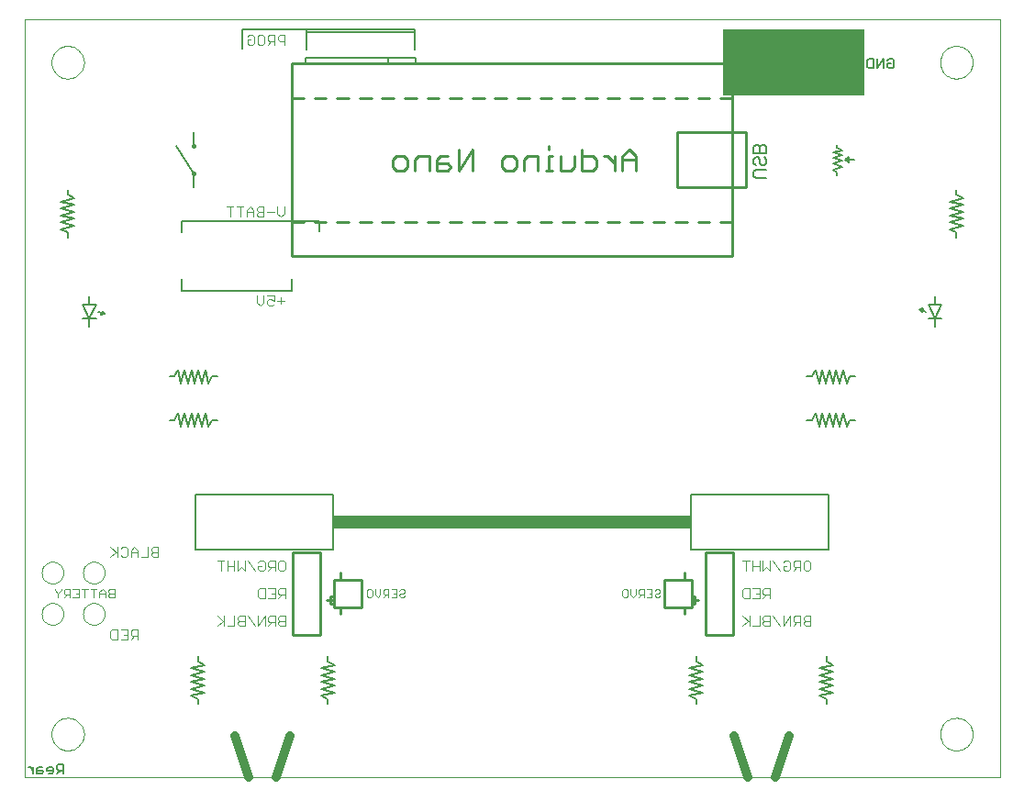
<source format=gbo>
G75*
G70*
%OFA0B0*%
%FSLAX24Y24*%
%IPPOS*%
%LPD*%
%AMOC8*
5,1,8,0,0,1.08239X$1,22.5*
%
%ADD10C,0.0000*%
%ADD11C,0.0079*%
%ADD12C,0.0030*%
%ADD13R,0.5118X0.2402*%
%ADD14C,0.0050*%
%ADD15C,0.0080*%
%ADD16C,0.0040*%
%ADD17R,1.3000X0.0500*%
%ADD18C,0.0320*%
%ADD19C,0.0100*%
%ADD20C,0.0090*%
D10*
X000269Y000500D02*
X000269Y028059D01*
X035702Y028059D01*
X035702Y000500D01*
X000269Y000500D01*
X001253Y002075D02*
X001255Y002123D01*
X001261Y002171D01*
X001271Y002218D01*
X001284Y002264D01*
X001302Y002309D01*
X001322Y002353D01*
X001347Y002395D01*
X001375Y002434D01*
X001405Y002471D01*
X001439Y002505D01*
X001476Y002537D01*
X001514Y002566D01*
X001555Y002591D01*
X001598Y002613D01*
X001643Y002631D01*
X001689Y002645D01*
X001736Y002656D01*
X001784Y002663D01*
X001832Y002666D01*
X001880Y002665D01*
X001928Y002660D01*
X001976Y002651D01*
X002022Y002639D01*
X002067Y002622D01*
X002111Y002602D01*
X002153Y002579D01*
X002193Y002552D01*
X002231Y002522D01*
X002266Y002489D01*
X002298Y002453D01*
X002328Y002415D01*
X002354Y002374D01*
X002376Y002331D01*
X002396Y002287D01*
X002411Y002242D01*
X002423Y002195D01*
X002431Y002147D01*
X002435Y002099D01*
X002435Y002051D01*
X002431Y002003D01*
X002423Y001955D01*
X002411Y001908D01*
X002396Y001863D01*
X002376Y001819D01*
X002354Y001776D01*
X002328Y001735D01*
X002298Y001697D01*
X002266Y001661D01*
X002231Y001628D01*
X002193Y001598D01*
X002153Y001571D01*
X002111Y001548D01*
X002067Y001528D01*
X002022Y001511D01*
X001976Y001499D01*
X001928Y001490D01*
X001880Y001485D01*
X001832Y001484D01*
X001784Y001487D01*
X001736Y001494D01*
X001689Y001505D01*
X001643Y001519D01*
X001598Y001537D01*
X001555Y001559D01*
X001514Y001584D01*
X001476Y001613D01*
X001439Y001645D01*
X001405Y001679D01*
X001375Y001716D01*
X001347Y001755D01*
X001322Y001797D01*
X001302Y001841D01*
X001284Y001886D01*
X001271Y001932D01*
X001261Y001979D01*
X001255Y002027D01*
X001253Y002075D01*
X000898Y006443D02*
X000900Y006482D01*
X000906Y006521D01*
X000916Y006559D01*
X000929Y006596D01*
X000946Y006631D01*
X000966Y006665D01*
X000990Y006696D01*
X001017Y006725D01*
X001046Y006751D01*
X001078Y006774D01*
X001112Y006794D01*
X001148Y006810D01*
X001185Y006822D01*
X001224Y006831D01*
X001263Y006836D01*
X001302Y006837D01*
X001341Y006834D01*
X001380Y006827D01*
X001417Y006816D01*
X001454Y006802D01*
X001489Y006784D01*
X001522Y006763D01*
X001553Y006738D01*
X001581Y006711D01*
X001606Y006681D01*
X001628Y006648D01*
X001647Y006614D01*
X001662Y006578D01*
X001674Y006540D01*
X001682Y006502D01*
X001686Y006463D01*
X001686Y006423D01*
X001682Y006384D01*
X001674Y006346D01*
X001662Y006308D01*
X001647Y006272D01*
X001628Y006238D01*
X001606Y006205D01*
X001581Y006175D01*
X001553Y006148D01*
X001522Y006123D01*
X001489Y006102D01*
X001454Y006084D01*
X001417Y006070D01*
X001380Y006059D01*
X001341Y006052D01*
X001302Y006049D01*
X001263Y006050D01*
X001224Y006055D01*
X001185Y006064D01*
X001148Y006076D01*
X001112Y006092D01*
X001078Y006112D01*
X001046Y006135D01*
X001017Y006161D01*
X000990Y006190D01*
X000966Y006221D01*
X000946Y006255D01*
X000929Y006290D01*
X000916Y006327D01*
X000906Y006365D01*
X000900Y006404D01*
X000898Y006443D01*
X002398Y006443D02*
X002400Y006482D01*
X002406Y006521D01*
X002416Y006559D01*
X002429Y006596D01*
X002446Y006631D01*
X002466Y006665D01*
X002490Y006696D01*
X002517Y006725D01*
X002546Y006751D01*
X002578Y006774D01*
X002612Y006794D01*
X002648Y006810D01*
X002685Y006822D01*
X002724Y006831D01*
X002763Y006836D01*
X002802Y006837D01*
X002841Y006834D01*
X002880Y006827D01*
X002917Y006816D01*
X002954Y006802D01*
X002989Y006784D01*
X003022Y006763D01*
X003053Y006738D01*
X003081Y006711D01*
X003106Y006681D01*
X003128Y006648D01*
X003147Y006614D01*
X003162Y006578D01*
X003174Y006540D01*
X003182Y006502D01*
X003186Y006463D01*
X003186Y006423D01*
X003182Y006384D01*
X003174Y006346D01*
X003162Y006308D01*
X003147Y006272D01*
X003128Y006238D01*
X003106Y006205D01*
X003081Y006175D01*
X003053Y006148D01*
X003022Y006123D01*
X002989Y006102D01*
X002954Y006084D01*
X002917Y006070D01*
X002880Y006059D01*
X002841Y006052D01*
X002802Y006049D01*
X002763Y006050D01*
X002724Y006055D01*
X002685Y006064D01*
X002648Y006076D01*
X002612Y006092D01*
X002578Y006112D01*
X002546Y006135D01*
X002517Y006161D01*
X002490Y006190D01*
X002466Y006221D01*
X002446Y006255D01*
X002429Y006290D01*
X002416Y006327D01*
X002406Y006365D01*
X002400Y006404D01*
X002398Y006443D01*
X002398Y007943D02*
X002400Y007982D01*
X002406Y008021D01*
X002416Y008059D01*
X002429Y008096D01*
X002446Y008131D01*
X002466Y008165D01*
X002490Y008196D01*
X002517Y008225D01*
X002546Y008251D01*
X002578Y008274D01*
X002612Y008294D01*
X002648Y008310D01*
X002685Y008322D01*
X002724Y008331D01*
X002763Y008336D01*
X002802Y008337D01*
X002841Y008334D01*
X002880Y008327D01*
X002917Y008316D01*
X002954Y008302D01*
X002989Y008284D01*
X003022Y008263D01*
X003053Y008238D01*
X003081Y008211D01*
X003106Y008181D01*
X003128Y008148D01*
X003147Y008114D01*
X003162Y008078D01*
X003174Y008040D01*
X003182Y008002D01*
X003186Y007963D01*
X003186Y007923D01*
X003182Y007884D01*
X003174Y007846D01*
X003162Y007808D01*
X003147Y007772D01*
X003128Y007738D01*
X003106Y007705D01*
X003081Y007675D01*
X003053Y007648D01*
X003022Y007623D01*
X002989Y007602D01*
X002954Y007584D01*
X002917Y007570D01*
X002880Y007559D01*
X002841Y007552D01*
X002802Y007549D01*
X002763Y007550D01*
X002724Y007555D01*
X002685Y007564D01*
X002648Y007576D01*
X002612Y007592D01*
X002578Y007612D01*
X002546Y007635D01*
X002517Y007661D01*
X002490Y007690D01*
X002466Y007721D01*
X002446Y007755D01*
X002429Y007790D01*
X002416Y007827D01*
X002406Y007865D01*
X002400Y007904D01*
X002398Y007943D01*
X000898Y007943D02*
X000900Y007982D01*
X000906Y008021D01*
X000916Y008059D01*
X000929Y008096D01*
X000946Y008131D01*
X000966Y008165D01*
X000990Y008196D01*
X001017Y008225D01*
X001046Y008251D01*
X001078Y008274D01*
X001112Y008294D01*
X001148Y008310D01*
X001185Y008322D01*
X001224Y008331D01*
X001263Y008336D01*
X001302Y008337D01*
X001341Y008334D01*
X001380Y008327D01*
X001417Y008316D01*
X001454Y008302D01*
X001489Y008284D01*
X001522Y008263D01*
X001553Y008238D01*
X001581Y008211D01*
X001606Y008181D01*
X001628Y008148D01*
X001647Y008114D01*
X001662Y008078D01*
X001674Y008040D01*
X001682Y008002D01*
X001686Y007963D01*
X001686Y007923D01*
X001682Y007884D01*
X001674Y007846D01*
X001662Y007808D01*
X001647Y007772D01*
X001628Y007738D01*
X001606Y007705D01*
X001581Y007675D01*
X001553Y007648D01*
X001522Y007623D01*
X001489Y007602D01*
X001454Y007584D01*
X001417Y007570D01*
X001380Y007559D01*
X001341Y007552D01*
X001302Y007549D01*
X001263Y007550D01*
X001224Y007555D01*
X001185Y007564D01*
X001148Y007576D01*
X001112Y007592D01*
X001078Y007612D01*
X001046Y007635D01*
X001017Y007661D01*
X000990Y007690D01*
X000966Y007721D01*
X000946Y007755D01*
X000929Y007790D01*
X000916Y007827D01*
X000906Y007865D01*
X000900Y007904D01*
X000898Y007943D01*
X001253Y026484D02*
X001255Y026532D01*
X001261Y026580D01*
X001271Y026627D01*
X001284Y026673D01*
X001302Y026718D01*
X001322Y026762D01*
X001347Y026804D01*
X001375Y026843D01*
X001405Y026880D01*
X001439Y026914D01*
X001476Y026946D01*
X001514Y026975D01*
X001555Y027000D01*
X001598Y027022D01*
X001643Y027040D01*
X001689Y027054D01*
X001736Y027065D01*
X001784Y027072D01*
X001832Y027075D01*
X001880Y027074D01*
X001928Y027069D01*
X001976Y027060D01*
X002022Y027048D01*
X002067Y027031D01*
X002111Y027011D01*
X002153Y026988D01*
X002193Y026961D01*
X002231Y026931D01*
X002266Y026898D01*
X002298Y026862D01*
X002328Y026824D01*
X002354Y026783D01*
X002376Y026740D01*
X002396Y026696D01*
X002411Y026651D01*
X002423Y026604D01*
X002431Y026556D01*
X002435Y026508D01*
X002435Y026460D01*
X002431Y026412D01*
X002423Y026364D01*
X002411Y026317D01*
X002396Y026272D01*
X002376Y026228D01*
X002354Y026185D01*
X002328Y026144D01*
X002298Y026106D01*
X002266Y026070D01*
X002231Y026037D01*
X002193Y026007D01*
X002153Y025980D01*
X002111Y025957D01*
X002067Y025937D01*
X002022Y025920D01*
X001976Y025908D01*
X001928Y025899D01*
X001880Y025894D01*
X001832Y025893D01*
X001784Y025896D01*
X001736Y025903D01*
X001689Y025914D01*
X001643Y025928D01*
X001598Y025946D01*
X001555Y025968D01*
X001514Y025993D01*
X001476Y026022D01*
X001439Y026054D01*
X001405Y026088D01*
X001375Y026125D01*
X001347Y026164D01*
X001322Y026206D01*
X001302Y026250D01*
X001284Y026295D01*
X001271Y026341D01*
X001261Y026388D01*
X001255Y026436D01*
X001253Y026484D01*
X033536Y026484D02*
X033538Y026532D01*
X033544Y026580D01*
X033554Y026627D01*
X033567Y026673D01*
X033585Y026718D01*
X033605Y026762D01*
X033630Y026804D01*
X033658Y026843D01*
X033688Y026880D01*
X033722Y026914D01*
X033759Y026946D01*
X033797Y026975D01*
X033838Y027000D01*
X033881Y027022D01*
X033926Y027040D01*
X033972Y027054D01*
X034019Y027065D01*
X034067Y027072D01*
X034115Y027075D01*
X034163Y027074D01*
X034211Y027069D01*
X034259Y027060D01*
X034305Y027048D01*
X034350Y027031D01*
X034394Y027011D01*
X034436Y026988D01*
X034476Y026961D01*
X034514Y026931D01*
X034549Y026898D01*
X034581Y026862D01*
X034611Y026824D01*
X034637Y026783D01*
X034659Y026740D01*
X034679Y026696D01*
X034694Y026651D01*
X034706Y026604D01*
X034714Y026556D01*
X034718Y026508D01*
X034718Y026460D01*
X034714Y026412D01*
X034706Y026364D01*
X034694Y026317D01*
X034679Y026272D01*
X034659Y026228D01*
X034637Y026185D01*
X034611Y026144D01*
X034581Y026106D01*
X034549Y026070D01*
X034514Y026037D01*
X034476Y026007D01*
X034436Y025980D01*
X034394Y025957D01*
X034350Y025937D01*
X034305Y025920D01*
X034259Y025908D01*
X034211Y025899D01*
X034163Y025894D01*
X034115Y025893D01*
X034067Y025896D01*
X034019Y025903D01*
X033972Y025914D01*
X033926Y025928D01*
X033881Y025946D01*
X033838Y025968D01*
X033797Y025993D01*
X033759Y026022D01*
X033722Y026054D01*
X033688Y026088D01*
X033658Y026125D01*
X033630Y026164D01*
X033605Y026206D01*
X033585Y026250D01*
X033567Y026295D01*
X033554Y026341D01*
X033544Y026388D01*
X033538Y026436D01*
X033536Y026484D01*
X033536Y002075D02*
X033538Y002123D01*
X033544Y002171D01*
X033554Y002218D01*
X033567Y002264D01*
X033585Y002309D01*
X033605Y002353D01*
X033630Y002395D01*
X033658Y002434D01*
X033688Y002471D01*
X033722Y002505D01*
X033759Y002537D01*
X033797Y002566D01*
X033838Y002591D01*
X033881Y002613D01*
X033926Y002631D01*
X033972Y002645D01*
X034019Y002656D01*
X034067Y002663D01*
X034115Y002666D01*
X034163Y002665D01*
X034211Y002660D01*
X034259Y002651D01*
X034305Y002639D01*
X034350Y002622D01*
X034394Y002602D01*
X034436Y002579D01*
X034476Y002552D01*
X034514Y002522D01*
X034549Y002489D01*
X034581Y002453D01*
X034611Y002415D01*
X034637Y002374D01*
X034659Y002331D01*
X034679Y002287D01*
X034694Y002242D01*
X034706Y002195D01*
X034714Y002147D01*
X034718Y002099D01*
X034718Y002051D01*
X034714Y002003D01*
X034706Y001955D01*
X034694Y001908D01*
X034679Y001863D01*
X034659Y001819D01*
X034637Y001776D01*
X034611Y001735D01*
X034581Y001697D01*
X034549Y001661D01*
X034514Y001628D01*
X034476Y001598D01*
X034436Y001571D01*
X034394Y001548D01*
X034350Y001528D01*
X034305Y001511D01*
X034259Y001499D01*
X034211Y001490D01*
X034163Y001485D01*
X034115Y001484D01*
X034067Y001487D01*
X034019Y001494D01*
X033972Y001505D01*
X033926Y001519D01*
X033881Y001537D01*
X033838Y001559D01*
X033797Y001584D01*
X033759Y001613D01*
X033722Y001645D01*
X033688Y001679D01*
X033658Y001716D01*
X033630Y001755D01*
X033605Y001797D01*
X033585Y001841D01*
X033567Y001886D01*
X033554Y001932D01*
X033544Y001979D01*
X033538Y002027D01*
X033536Y002075D01*
D11*
X010977Y020343D02*
X010977Y020697D01*
X005977Y020697D01*
X005977Y020303D01*
X005977Y018610D02*
X005977Y018177D01*
X009993Y018177D01*
X009993Y018610D01*
D12*
X009579Y017946D02*
X009579Y017700D01*
X009456Y017823D02*
X009703Y017823D01*
X009334Y017823D02*
X009211Y017885D01*
X009149Y017885D01*
X009087Y017823D01*
X009087Y017700D01*
X009149Y017638D01*
X009273Y017638D01*
X009334Y017700D01*
X009334Y017823D02*
X009334Y018008D01*
X009087Y018008D01*
X008966Y018008D02*
X008966Y017761D01*
X008843Y017638D01*
X008719Y017761D01*
X008719Y018008D01*
X008781Y020866D02*
X008966Y020866D01*
X008966Y021236D01*
X008781Y021236D01*
X008719Y021175D01*
X008719Y021113D01*
X008781Y021051D01*
X008966Y021051D01*
X009087Y021051D02*
X009334Y021051D01*
X009456Y020990D02*
X009579Y020866D01*
X009703Y020990D01*
X009703Y021236D01*
X009456Y021236D02*
X009456Y020990D01*
X008781Y021051D02*
X008719Y020990D01*
X008719Y020928D01*
X008781Y020866D01*
X008598Y020866D02*
X008598Y021113D01*
X008474Y021236D01*
X008351Y021113D01*
X008351Y020866D01*
X008351Y021051D02*
X008598Y021051D01*
X008229Y021236D02*
X007982Y021236D01*
X007861Y021236D02*
X007614Y021236D01*
X007738Y021236D02*
X007738Y020866D01*
X008106Y020866D02*
X008106Y021236D01*
X005119Y008878D02*
X004934Y008878D01*
X004872Y008817D01*
X004872Y008755D01*
X004934Y008693D01*
X005119Y008693D01*
X005119Y008508D02*
X004934Y008508D01*
X004872Y008570D01*
X004872Y008631D01*
X004934Y008693D01*
X004751Y008508D02*
X004504Y008508D01*
X004382Y008508D02*
X004382Y008755D01*
X004259Y008878D01*
X004135Y008755D01*
X004135Y008508D01*
X004014Y008570D02*
X003952Y008508D01*
X003829Y008508D01*
X003767Y008570D01*
X003646Y008631D02*
X003399Y008878D01*
X003646Y008878D02*
X003646Y008508D01*
X003584Y008693D02*
X003399Y008508D01*
X003767Y008817D02*
X003829Y008878D01*
X003952Y008878D01*
X004014Y008817D01*
X004014Y008570D01*
X004135Y008693D02*
X004382Y008693D01*
X004751Y008878D02*
X004751Y008508D01*
X005119Y008508D02*
X005119Y008878D01*
X003533Y007353D02*
X003373Y007353D01*
X003320Y007300D01*
X003320Y007246D01*
X003373Y007193D01*
X003533Y007193D01*
X003373Y007193D02*
X003320Y007140D01*
X003320Y007086D01*
X003373Y007033D01*
X003533Y007033D01*
X003533Y007353D01*
X003211Y007246D02*
X003211Y007033D01*
X003211Y007193D02*
X002998Y007193D01*
X002998Y007246D02*
X002998Y007033D01*
X002998Y007246D02*
X003104Y007353D01*
X003211Y007246D01*
X002889Y007353D02*
X002675Y007353D01*
X002782Y007353D02*
X002782Y007033D01*
X002460Y007033D02*
X002460Y007353D01*
X002567Y007353D02*
X002353Y007353D01*
X002244Y007353D02*
X002244Y007033D01*
X002031Y007033D01*
X001922Y007033D02*
X001922Y007353D01*
X001762Y007353D01*
X001708Y007300D01*
X001708Y007193D01*
X001762Y007140D01*
X001922Y007140D01*
X001815Y007140D02*
X001708Y007033D01*
X001493Y007033D02*
X001493Y007193D01*
X001386Y007300D01*
X001386Y007353D01*
X001493Y007193D02*
X001600Y007300D01*
X001600Y007353D01*
X002031Y007353D02*
X002244Y007353D01*
X002244Y007193D02*
X002137Y007193D01*
X003461Y005878D02*
X003646Y005878D01*
X003646Y005508D01*
X003461Y005508D01*
X003399Y005570D01*
X003399Y005817D01*
X003461Y005878D01*
X003767Y005878D02*
X004014Y005878D01*
X004014Y005508D01*
X003767Y005508D01*
X003891Y005693D02*
X004014Y005693D01*
X004135Y005693D02*
X004197Y005631D01*
X004382Y005631D01*
X004382Y005508D02*
X004382Y005878D01*
X004197Y005878D01*
X004135Y005817D01*
X004135Y005693D01*
X004259Y005631D02*
X004135Y005508D01*
X007283Y006008D02*
X007468Y006193D01*
X007530Y006131D02*
X007283Y006378D01*
X007530Y006378D02*
X007530Y006008D01*
X007652Y006008D02*
X007898Y006008D01*
X007898Y006378D01*
X008020Y006317D02*
X008020Y006255D01*
X008082Y006193D01*
X008267Y006193D01*
X008267Y006008D02*
X008082Y006008D01*
X008020Y006070D01*
X008020Y006131D01*
X008082Y006193D01*
X008020Y006317D02*
X008082Y006378D01*
X008267Y006378D01*
X008267Y006008D01*
X008635Y006008D02*
X008388Y006378D01*
X008756Y006378D02*
X008756Y006008D01*
X009003Y006378D01*
X009003Y006008D01*
X009125Y006008D02*
X009248Y006131D01*
X009187Y006131D02*
X009372Y006131D01*
X009493Y006131D02*
X009493Y006070D01*
X009555Y006008D01*
X009740Y006008D01*
X009740Y006378D01*
X009555Y006378D01*
X009493Y006317D01*
X009493Y006255D01*
X009555Y006193D01*
X009740Y006193D01*
X009555Y006193D02*
X009493Y006131D01*
X009372Y006008D02*
X009372Y006378D01*
X009187Y006378D01*
X009125Y006317D01*
X009125Y006193D01*
X009187Y006131D01*
X009125Y007008D02*
X009372Y007008D01*
X009372Y007378D01*
X009125Y007378D01*
X009003Y007378D02*
X008818Y007378D01*
X008756Y007317D01*
X008756Y007070D01*
X008818Y007008D01*
X009003Y007008D01*
X009003Y007378D01*
X009248Y007193D02*
X009372Y007193D01*
X009493Y007193D02*
X009555Y007131D01*
X009740Y007131D01*
X009740Y007008D02*
X009740Y007378D01*
X009555Y007378D01*
X009493Y007317D01*
X009493Y007193D01*
X009617Y007131D02*
X009493Y007008D01*
X009555Y008008D02*
X009493Y008070D01*
X009493Y008317D01*
X009555Y008378D01*
X009678Y008378D01*
X009740Y008317D01*
X009740Y008070D01*
X009678Y008008D01*
X009555Y008008D01*
X009372Y008008D02*
X009372Y008378D01*
X009187Y008378D01*
X009125Y008317D01*
X009125Y008193D01*
X009187Y008131D01*
X009372Y008131D01*
X009248Y008131D02*
X009125Y008008D01*
X009003Y008070D02*
X008942Y008008D01*
X008818Y008008D01*
X008756Y008070D01*
X008756Y008193D01*
X008880Y008193D01*
X009003Y008070D02*
X009003Y008317D01*
X008942Y008378D01*
X008818Y008378D01*
X008756Y008317D01*
X008635Y008008D02*
X008388Y008378D01*
X008267Y008378D02*
X008267Y008008D01*
X008143Y008131D01*
X008020Y008008D01*
X008020Y008378D01*
X007898Y008378D02*
X007898Y008008D01*
X007898Y008193D02*
X007652Y008193D01*
X007652Y008378D02*
X007652Y008008D01*
X007407Y008008D02*
X007407Y008378D01*
X007530Y008378D02*
X007283Y008378D01*
X026361Y008378D02*
X026608Y008378D01*
X026730Y008378D02*
X026730Y008008D01*
X026730Y008193D02*
X026977Y008193D01*
X026977Y008008D02*
X026977Y008378D01*
X027098Y008378D02*
X027098Y008008D01*
X027222Y008131D01*
X027345Y008008D01*
X027345Y008378D01*
X027466Y008378D02*
X027713Y008008D01*
X027835Y008070D02*
X027835Y008193D01*
X027958Y008193D01*
X027835Y008070D02*
X027896Y008008D01*
X028020Y008008D01*
X028082Y008070D01*
X028082Y008317D01*
X028020Y008378D01*
X027896Y008378D01*
X027835Y008317D01*
X028203Y008317D02*
X028203Y008193D01*
X028265Y008131D01*
X028450Y008131D01*
X028450Y008008D02*
X028450Y008378D01*
X028265Y008378D01*
X028203Y008317D01*
X028326Y008131D02*
X028203Y008008D01*
X028571Y008070D02*
X028571Y008317D01*
X028633Y008378D01*
X028756Y008378D01*
X028818Y008317D01*
X028818Y008070D01*
X028756Y008008D01*
X028633Y008008D01*
X028571Y008070D01*
X027345Y007378D02*
X027160Y007378D01*
X027098Y007317D01*
X027098Y007193D01*
X027160Y007131D01*
X027345Y007131D01*
X027345Y007008D02*
X027345Y007378D01*
X027222Y007131D02*
X027098Y007008D01*
X026977Y007008D02*
X026730Y007008D01*
X026608Y007008D02*
X026423Y007008D01*
X026361Y007070D01*
X026361Y007317D01*
X026423Y007378D01*
X026608Y007378D01*
X026608Y007008D01*
X026853Y007193D02*
X026977Y007193D01*
X026977Y007378D02*
X026977Y007008D01*
X026977Y007378D02*
X026730Y007378D01*
X026485Y008008D02*
X026485Y008378D01*
X026608Y006378D02*
X026608Y006008D01*
X026730Y006008D02*
X026977Y006008D01*
X026977Y006378D01*
X027098Y006317D02*
X027098Y006255D01*
X027160Y006193D01*
X027345Y006193D01*
X027345Y006008D02*
X027160Y006008D01*
X027098Y006070D01*
X027098Y006131D01*
X027160Y006193D01*
X027098Y006317D02*
X027160Y006378D01*
X027345Y006378D01*
X027345Y006008D01*
X027713Y006008D02*
X027466Y006378D01*
X027835Y006378D02*
X027835Y006008D01*
X028082Y006378D01*
X028082Y006008D01*
X028203Y006008D02*
X028326Y006131D01*
X028265Y006131D02*
X028450Y006131D01*
X028571Y006131D02*
X028571Y006070D01*
X028633Y006008D01*
X028818Y006008D01*
X028818Y006378D01*
X028633Y006378D01*
X028571Y006317D01*
X028571Y006255D01*
X028633Y006193D01*
X028818Y006193D01*
X028633Y006193D02*
X028571Y006131D01*
X028450Y006008D02*
X028450Y006378D01*
X028265Y006378D01*
X028203Y006317D01*
X028203Y006193D01*
X028265Y006131D01*
X026608Y006131D02*
X026361Y006378D01*
X026547Y006193D02*
X026361Y006008D01*
D13*
X028222Y026465D03*
D14*
X030890Y026562D02*
X030890Y026328D01*
X030949Y026270D01*
X031124Y026270D01*
X031124Y026620D01*
X030949Y026620D01*
X030890Y026562D01*
X031259Y026620D02*
X031259Y026270D01*
X031492Y026620D01*
X031492Y026270D01*
X031627Y026328D02*
X031627Y026445D01*
X031744Y026445D01*
X031861Y026562D02*
X031861Y026328D01*
X031802Y026270D01*
X031685Y026270D01*
X031627Y026328D01*
X031627Y026562D02*
X031685Y026620D01*
X031802Y026620D01*
X031861Y026562D01*
X029796Y023491D02*
X029796Y023391D01*
X029996Y023291D01*
X029646Y023216D01*
X029996Y023116D01*
X029646Y023016D01*
X029996Y022916D01*
X029646Y022816D01*
X029996Y022691D01*
X029646Y022591D01*
X029796Y022491D01*
X029796Y022391D01*
X030221Y022841D02*
X030096Y022941D01*
X030221Y023041D01*
X030221Y022841D01*
X030096Y022941D02*
X030421Y022941D01*
X027211Y022961D02*
X027211Y022811D01*
X027136Y022736D01*
X027061Y022736D01*
X026986Y022811D01*
X026986Y022961D01*
X026910Y023036D01*
X026835Y023036D01*
X026760Y022961D01*
X026760Y022811D01*
X026835Y022736D01*
X026835Y022576D02*
X027211Y022576D01*
X027211Y022275D02*
X026835Y022275D01*
X026760Y022350D01*
X026760Y022501D01*
X026835Y022576D01*
X027211Y022961D02*
X027136Y023036D01*
X027211Y023196D02*
X027211Y023421D01*
X027136Y023496D01*
X027061Y023496D01*
X026986Y023421D01*
X026986Y023196D01*
X027211Y023196D02*
X026760Y023196D01*
X026760Y023421D01*
X026835Y023496D01*
X026910Y023496D01*
X026986Y023421D01*
X033877Y021422D02*
X034377Y021297D01*
X033877Y021172D01*
X034377Y021047D01*
X033877Y020922D01*
X034377Y020797D01*
X033877Y020672D01*
X034377Y020547D01*
X033877Y020422D01*
X034127Y020297D01*
X034127Y020097D01*
X033877Y021422D02*
X034377Y021547D01*
X034127Y021672D01*
X034127Y021847D01*
X030010Y015317D02*
X029885Y014817D01*
X029760Y015317D01*
X029635Y014817D01*
X029510Y015317D01*
X029385Y014817D01*
X029260Y015317D01*
X029135Y014817D01*
X029010Y015317D01*
X028885Y015067D01*
X028685Y015067D01*
X030010Y015317D02*
X030135Y014817D01*
X030260Y015067D01*
X030435Y015067D01*
X030010Y013742D02*
X029885Y013242D01*
X029760Y013742D01*
X029635Y013242D01*
X029510Y013742D01*
X029385Y013242D01*
X029260Y013742D01*
X029135Y013242D01*
X029010Y013742D01*
X028885Y013492D01*
X028685Y013492D01*
X030010Y013742D02*
X030135Y013242D01*
X030260Y013492D01*
X030435Y013492D01*
X029485Y010791D02*
X029485Y008791D01*
X024485Y008791D01*
X024485Y010791D01*
X029485Y010791D01*
X029403Y004918D02*
X029403Y004718D01*
X029653Y004593D01*
X029153Y004468D01*
X029653Y004343D01*
X029153Y004218D01*
X029653Y004093D01*
X029153Y003968D01*
X029653Y003843D01*
X029153Y003718D01*
X029653Y003593D01*
X029153Y003468D01*
X029403Y003343D01*
X029403Y003168D01*
X024928Y003593D02*
X024428Y003718D01*
X024928Y003843D01*
X024428Y003968D01*
X024928Y004093D01*
X024428Y004218D01*
X024928Y004343D01*
X024428Y004468D01*
X024928Y004593D01*
X024678Y004718D01*
X024678Y004918D01*
X024928Y003593D02*
X024428Y003468D01*
X024678Y003343D01*
X024678Y003168D01*
X011542Y003593D02*
X011042Y003718D01*
X011542Y003843D01*
X011042Y003968D01*
X011542Y004093D01*
X011042Y004218D01*
X011542Y004343D01*
X011042Y004468D01*
X011542Y004593D01*
X011292Y004718D01*
X011292Y004918D01*
X011542Y003593D02*
X011042Y003468D01*
X011292Y003343D01*
X011292Y003168D01*
X006818Y003593D02*
X006318Y003718D01*
X006818Y003843D01*
X006318Y003968D01*
X006818Y004093D01*
X006318Y004218D01*
X006818Y004343D01*
X006318Y004468D01*
X006818Y004593D01*
X006568Y004718D01*
X006568Y004918D01*
X006818Y003593D02*
X006318Y003468D01*
X006568Y003343D01*
X006568Y003168D01*
X001695Y000993D02*
X001695Y000643D01*
X001695Y000760D02*
X001520Y000760D01*
X001461Y000818D01*
X001461Y000935D01*
X001520Y000993D01*
X001695Y000993D01*
X001578Y000760D02*
X001461Y000643D01*
X001327Y000701D02*
X001327Y000818D01*
X001268Y000877D01*
X001152Y000877D01*
X001093Y000818D01*
X001093Y000760D01*
X001327Y000760D01*
X001327Y000701D02*
X001268Y000643D01*
X001152Y000643D01*
X000958Y000701D02*
X000900Y000760D01*
X000725Y000760D01*
X000725Y000818D02*
X000725Y000643D01*
X000900Y000643D01*
X000958Y000701D01*
X000900Y000877D02*
X000783Y000877D01*
X000725Y000818D01*
X000590Y000760D02*
X000473Y000877D01*
X000415Y000877D01*
X000590Y000877D02*
X000590Y000643D01*
X006485Y008791D02*
X011485Y008791D01*
X011485Y010791D01*
X006485Y010791D01*
X006485Y008791D01*
X006461Y013242D02*
X006586Y013742D01*
X006711Y013242D01*
X006836Y013742D01*
X006961Y013242D01*
X007086Y013492D01*
X007286Y013492D01*
X006461Y013242D02*
X006336Y013742D01*
X006211Y013242D01*
X006086Y013742D01*
X005961Y013242D01*
X005836Y013742D01*
X005711Y013492D01*
X005536Y013492D01*
X005961Y014817D02*
X006086Y015317D01*
X006211Y014817D01*
X006336Y015317D01*
X006461Y014817D01*
X006586Y015317D01*
X006711Y014817D01*
X006836Y015317D01*
X006961Y014817D01*
X007086Y015067D01*
X007286Y015067D01*
X005961Y014817D02*
X005836Y015317D01*
X005711Y015067D01*
X005536Y015067D01*
X001844Y020097D02*
X001844Y020297D01*
X001594Y020422D01*
X002094Y020547D01*
X001594Y020672D01*
X002094Y020797D01*
X001594Y020922D01*
X002094Y021047D01*
X001594Y021172D01*
X002094Y021297D01*
X001594Y021422D01*
X002094Y021547D01*
X001844Y021672D01*
X001844Y021847D01*
X005799Y023441D02*
X006424Y022441D01*
X006374Y022441D02*
X006376Y022454D01*
X006381Y022467D01*
X006390Y022478D01*
X006401Y022485D01*
X006414Y022490D01*
X006427Y022491D01*
X006441Y022488D01*
X006453Y022482D01*
X006463Y022473D01*
X006470Y022461D01*
X006474Y022448D01*
X006474Y022434D01*
X006470Y022421D01*
X006463Y022409D01*
X006453Y022400D01*
X006441Y022394D01*
X006427Y022391D01*
X006414Y022392D01*
X006401Y022397D01*
X006390Y022404D01*
X006381Y022415D01*
X006376Y022428D01*
X006374Y022441D01*
X006424Y022441D02*
X006424Y021941D01*
X006374Y023441D02*
X006376Y023454D01*
X006381Y023467D01*
X006390Y023478D01*
X006401Y023485D01*
X006414Y023490D01*
X006427Y023491D01*
X006441Y023488D01*
X006453Y023482D01*
X006463Y023473D01*
X006470Y023461D01*
X006474Y023448D01*
X006474Y023434D01*
X006470Y023421D01*
X006463Y023409D01*
X006453Y023400D01*
X006441Y023394D01*
X006427Y023391D01*
X006414Y023392D01*
X006401Y023397D01*
X006390Y023404D01*
X006381Y023415D01*
X006376Y023428D01*
X006374Y023441D01*
X006424Y023441D02*
X006424Y023941D01*
D15*
X008182Y026996D02*
X008182Y027665D01*
X010505Y027665D01*
X010505Y027587D01*
X014442Y027587D01*
X014442Y026957D01*
X014485Y026641D02*
X013485Y026641D01*
X013485Y026441D01*
X013485Y026641D02*
X010485Y026641D01*
X010485Y026441D01*
X010505Y026957D02*
X010505Y027587D01*
X010505Y027665D02*
X014442Y027665D01*
X014442Y027587D01*
X014485Y026641D02*
X014485Y026441D01*
X003182Y017350D02*
X003064Y017327D01*
X003103Y017429D01*
X003182Y017350D01*
X002946Y017429D01*
X002867Y017193D02*
X002631Y017193D01*
X002631Y016878D01*
X002631Y017193D02*
X002395Y017193D01*
X002631Y017193D02*
X002867Y017665D01*
X002631Y017665D01*
X002631Y017980D01*
X002631Y017665D02*
X002395Y017665D01*
X002631Y017193D01*
X032788Y017508D02*
X032907Y017531D01*
X032867Y017429D01*
X032788Y017508D01*
X033025Y017429D01*
X033103Y017193D02*
X033340Y017193D01*
X033340Y016878D01*
X033340Y017193D02*
X033576Y017665D01*
X033340Y017665D01*
X033340Y017980D01*
X033340Y017665D02*
X033103Y017665D01*
X033340Y017193D01*
X033576Y017193D01*
D16*
X023360Y007286D02*
X023360Y007240D01*
X023313Y007193D01*
X023220Y007193D01*
X023173Y007146D01*
X023173Y007100D01*
X023220Y007053D01*
X023313Y007053D01*
X023360Y007100D01*
X023360Y007286D02*
X023313Y007333D01*
X023220Y007333D01*
X023173Y007286D01*
X023065Y007333D02*
X023065Y007053D01*
X022879Y007053D01*
X022771Y007053D02*
X022771Y007333D01*
X022631Y007333D01*
X022584Y007286D01*
X022584Y007193D01*
X022631Y007146D01*
X022771Y007146D01*
X022677Y007146D02*
X022584Y007053D01*
X022476Y007146D02*
X022383Y007053D01*
X022289Y007146D01*
X022289Y007333D01*
X022181Y007286D02*
X022181Y007100D01*
X022135Y007053D01*
X022041Y007053D01*
X021995Y007100D01*
X021995Y007286D01*
X022041Y007333D01*
X022135Y007333D01*
X022181Y007286D01*
X022476Y007333D02*
X022476Y007146D01*
X022879Y007333D02*
X023065Y007333D01*
X023065Y007193D02*
X022972Y007193D01*
X014083Y007240D02*
X014037Y007193D01*
X013943Y007193D01*
X013896Y007146D01*
X013896Y007100D01*
X013943Y007053D01*
X014037Y007053D01*
X014083Y007100D01*
X014083Y007240D02*
X014083Y007286D01*
X014037Y007333D01*
X013943Y007333D01*
X013896Y007286D01*
X013789Y007333D02*
X013789Y007053D01*
X013602Y007053D01*
X013494Y007053D02*
X013494Y007333D01*
X013354Y007333D01*
X013307Y007286D01*
X013307Y007193D01*
X013354Y007146D01*
X013494Y007146D01*
X013401Y007146D02*
X013307Y007053D01*
X013199Y007146D02*
X013106Y007053D01*
X013012Y007146D01*
X013012Y007333D01*
X012905Y007286D02*
X012905Y007100D01*
X012858Y007053D01*
X012765Y007053D01*
X012718Y007100D01*
X012718Y007286D01*
X012765Y007333D01*
X012858Y007333D01*
X012905Y007286D01*
X013199Y007333D02*
X013199Y007146D01*
X013602Y007333D02*
X013789Y007333D01*
X013789Y007193D02*
X013695Y007193D01*
X009714Y027128D02*
X009714Y027488D01*
X009534Y027488D01*
X009474Y027428D01*
X009474Y027308D01*
X009534Y027248D01*
X009714Y027248D01*
X009346Y027248D02*
X009166Y027248D01*
X009106Y027308D01*
X009106Y027428D01*
X009166Y027488D01*
X009346Y027488D01*
X009346Y027128D01*
X009226Y027248D02*
X009106Y027128D01*
X008978Y027188D02*
X008978Y027428D01*
X008917Y027488D01*
X008797Y027488D01*
X008737Y027428D01*
X008737Y027188D01*
X008797Y027128D01*
X008917Y027128D01*
X008978Y027188D01*
X008609Y027188D02*
X008609Y027428D01*
X008549Y027488D01*
X008429Y027488D01*
X008369Y027428D01*
X008369Y027308D02*
X008489Y027308D01*
X008369Y027308D02*
X008369Y027188D01*
X008429Y027128D01*
X008549Y027128D01*
X008609Y027188D01*
D17*
X017985Y009791D03*
D18*
X009930Y002000D02*
X009430Y000500D01*
X008430Y000500D02*
X007930Y002000D01*
X026040Y002000D02*
X026540Y000500D01*
X027540Y000500D02*
X028040Y002000D01*
D19*
X026005Y005693D02*
X025005Y005693D01*
X025005Y008693D01*
X026005Y008693D01*
X026005Y005693D01*
X024755Y006943D02*
X024505Y006943D01*
X024505Y006818D01*
X024630Y006818D01*
X024630Y007068D01*
X024505Y007068D01*
X024505Y006943D01*
X024505Y007068D02*
X024505Y007693D01*
X024255Y007693D01*
X024255Y007943D01*
X024255Y007693D02*
X023505Y007693D01*
X023505Y006693D01*
X024255Y006693D01*
X024255Y006443D01*
X024255Y006693D02*
X024505Y006693D01*
X024505Y006818D01*
X012505Y006693D02*
X011755Y006693D01*
X011755Y006443D01*
X011755Y006693D02*
X011505Y006693D01*
X011505Y006818D01*
X011380Y006818D01*
X011380Y007068D01*
X011505Y007068D01*
X011505Y007693D01*
X011755Y007693D01*
X011755Y007943D01*
X011755Y007693D02*
X012505Y007693D01*
X012505Y006693D01*
X011505Y006818D02*
X011505Y006943D01*
X011255Y006943D01*
X011505Y006943D02*
X011505Y007068D01*
X011005Y005693D02*
X010005Y005693D01*
X010005Y008693D01*
X011005Y008693D01*
X011005Y005693D01*
X009985Y019441D02*
X025985Y019441D01*
X025985Y020691D01*
X025559Y020691D01*
X025985Y020691D02*
X025985Y025191D01*
X025559Y025191D01*
X025985Y025191D02*
X025985Y026441D01*
X014485Y026441D01*
X013485Y026441D01*
X010485Y026441D01*
X009985Y026441D01*
X009985Y025191D01*
X010411Y025191D01*
X009985Y025191D02*
X009985Y020691D01*
X010411Y020691D01*
X009985Y020691D02*
X009985Y019441D01*
X010805Y020691D02*
X011231Y020691D01*
X011625Y020691D02*
X012051Y020691D01*
X012444Y020691D02*
X012870Y020691D01*
X013264Y020691D02*
X013690Y020691D01*
X014084Y020691D02*
X014510Y020691D01*
X014903Y020691D02*
X015329Y020691D01*
X015723Y020691D02*
X016149Y020691D01*
X016543Y020691D02*
X016969Y020691D01*
X017362Y020691D02*
X017788Y020691D01*
X018182Y020691D02*
X018608Y020691D01*
X019002Y020691D02*
X019428Y020691D01*
X019822Y020691D02*
X020248Y020691D01*
X020641Y020691D02*
X021067Y020691D01*
X021461Y020691D02*
X021887Y020691D01*
X022281Y020691D02*
X022707Y020691D01*
X023100Y020691D02*
X023526Y020691D01*
X023920Y020691D02*
X024346Y020691D01*
X024740Y020691D02*
X025166Y020691D01*
X023985Y021941D02*
X026485Y021941D01*
X026485Y023941D01*
X023985Y023941D01*
X023985Y021941D01*
X023920Y025191D02*
X024346Y025191D01*
X024740Y025191D02*
X025166Y025191D01*
X023526Y025191D02*
X023100Y025191D01*
X022707Y025191D02*
X022281Y025191D01*
X021887Y025191D02*
X021461Y025191D01*
X021067Y025191D02*
X020641Y025191D01*
X020248Y025191D02*
X019822Y025191D01*
X019428Y025191D02*
X019002Y025191D01*
X018608Y025191D02*
X018182Y025191D01*
X017788Y025191D02*
X017362Y025191D01*
X016969Y025191D02*
X016543Y025191D01*
X016149Y025191D02*
X015723Y025191D01*
X015329Y025191D02*
X014903Y025191D01*
X014510Y025191D02*
X014084Y025191D01*
X013690Y025191D02*
X013264Y025191D01*
X012870Y025191D02*
X012444Y025191D01*
X012051Y025191D02*
X011625Y025191D01*
X011231Y025191D02*
X010805Y025191D01*
D20*
X013665Y022941D02*
X013794Y023070D01*
X014050Y023070D01*
X014179Y022941D01*
X014179Y022684D01*
X014050Y022556D01*
X013794Y022556D01*
X013665Y022684D01*
X013665Y022941D01*
X014457Y022941D02*
X014457Y022556D01*
X014457Y022941D02*
X014585Y023070D01*
X014971Y023070D01*
X014971Y022556D01*
X015249Y022556D02*
X015249Y022941D01*
X015377Y023070D01*
X015634Y023070D01*
X015634Y022813D02*
X015249Y022813D01*
X015249Y022556D02*
X015634Y022556D01*
X015763Y022684D01*
X015634Y022813D01*
X016041Y022556D02*
X016041Y023327D01*
X016555Y023327D02*
X016041Y022556D01*
X016555Y022556D02*
X016555Y023327D01*
X017625Y022941D02*
X017753Y023070D01*
X018010Y023070D01*
X018138Y022941D01*
X018138Y022684D01*
X018010Y022556D01*
X017753Y022556D01*
X017625Y022684D01*
X017625Y022941D01*
X018416Y022941D02*
X018416Y022556D01*
X018416Y022941D02*
X018545Y023070D01*
X018930Y023070D01*
X018930Y022556D01*
X019201Y022556D02*
X019458Y022556D01*
X019330Y022556D02*
X019330Y023070D01*
X019458Y023070D01*
X019736Y023070D02*
X019736Y022556D01*
X020122Y022556D01*
X020250Y022684D01*
X020250Y023070D01*
X020528Y023070D02*
X020913Y023070D01*
X021042Y022941D01*
X021042Y022684D01*
X020913Y022556D01*
X020528Y022556D01*
X020528Y023327D01*
X021316Y023070D02*
X021445Y023070D01*
X021702Y022813D01*
X021702Y022556D02*
X021702Y023070D01*
X021980Y023070D02*
X022237Y023327D01*
X022494Y023070D01*
X022494Y022556D01*
X022494Y022941D02*
X021980Y022941D01*
X021980Y023070D02*
X021980Y022556D01*
X019330Y023327D02*
X019330Y023455D01*
M02*

</source>
